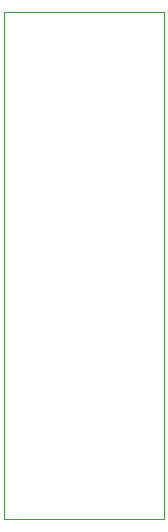
<source format=gm1>
G04 #@! TF.GenerationSoftware,KiCad,Pcbnew,(6.0.5)*
G04 #@! TF.CreationDate,2022-06-02T14:12:23-07:00*
G04 #@! TF.ProjectId,feederFloor,66656564-6572-4466-9c6f-6f722e6b6963,rev?*
G04 #@! TF.SameCoordinates,Original*
G04 #@! TF.FileFunction,Profile,NP*
%FSLAX46Y46*%
G04 Gerber Fmt 4.6, Leading zero omitted, Abs format (unit mm)*
G04 Created by KiCad (PCBNEW (6.0.5)) date 2022-06-02 14:12:23*
%MOMM*%
%LPD*%
G01*
G04 APERTURE LIST*
G04 #@! TA.AperFunction,Profile*
%ADD10C,0.050000*%
G04 #@! TD*
G04 APERTURE END LIST*
D10*
X185000000Y-20000000D02*
X185000000Y-62900000D01*
X198500000Y-20000000D02*
X185000000Y-20000000D01*
X185000000Y-62900000D02*
X198500000Y-62900000D01*
X198500000Y-62900000D02*
X198500000Y-20000000D01*
M02*

</source>
